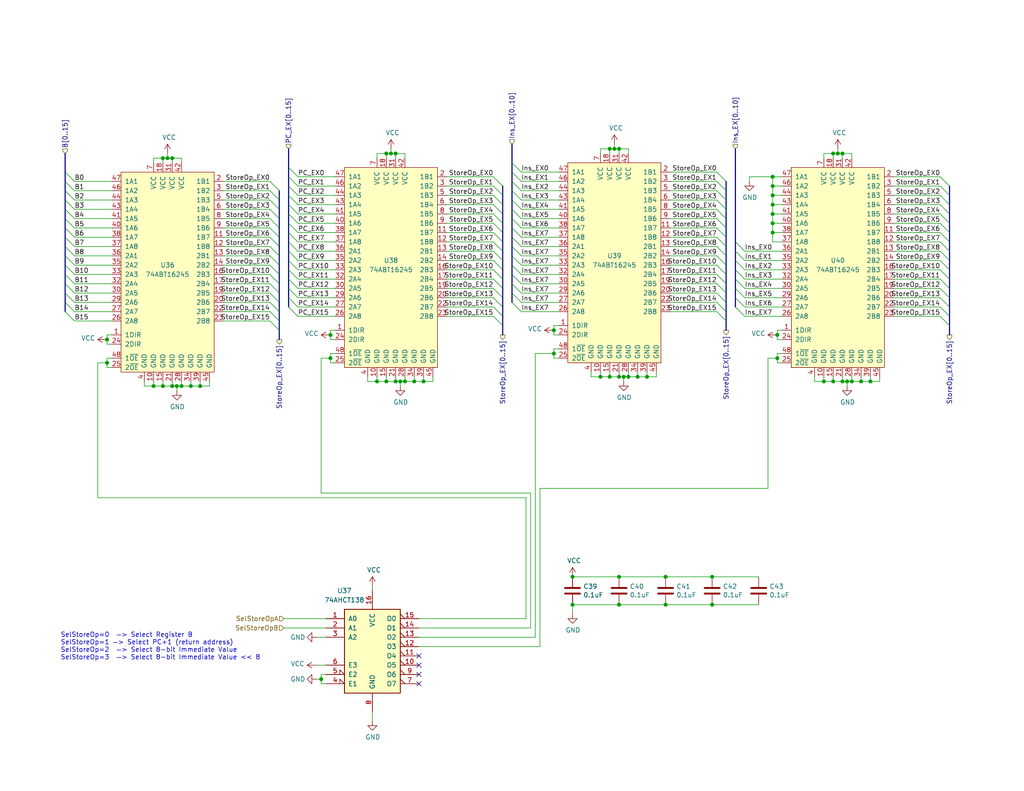
<source format=kicad_sch>
(kicad_sch (version 20250114) (generator "eeschema") (generator_version "9.0")
  (paper "USLetter")
  (title_block (title "Select Store Operand") (date "2025-07-01") (rev "A") (comment 3 "the program counter value, or an eight-bit immediate value.") (comment 4 "The Store Operand can be taken from either the value on port B of the register file,"))
  (text "SelStoreOp=0  —> Select Register B\nSelStoreOp=1 —> Select PC+1 (return address)\nSelStoreOp=2  —> Select 8-bit Immediate Value\nSelStoreOp=3  —> Select 8-bit Immediate Value << 8" (at 16.51 180.34 0) (effects (font (size 1.27 1.27)) (justify left bottom)))
  (junction (at 176.53 102.87))
  (junction (at 212.09 91.44))
  (junction (at 181.61 165.1))
  (junction (at 29.21 92.71))
  (junction (at 228.6 41.91))
  (junction (at 107.95 104.14))
  (junction (at 227.33 41.91))
  (junction (at 87.63 185.42))
  (junction (at 181.61 157.48))
  (junction (at 168.91 102.87))
  (junction (at 167.64 40.64))
  (junction (at 210.82 50.8))
  (junction (at 212.09 97.79))
  (junction (at 52.07 105.41))
  (junction (at 46.99 43.18))
  (junction (at 224.79 104.14))
  (junction (at 46.99 105.41))
  (junction (at 105.41 41.91))
  (junction (at 106.68 41.91))
  (junction (at 210.82 60.96))
  (junction (at 229.87 41.91))
  (junction (at 170.18 102.87))
  (junction (at 156.21 157.48))
  (junction (at 171.45 102.87))
  (junction (at 231.14 104.14))
  (junction (at 166.37 40.64))
  (junction (at 102.87 104.14))
  (junction (at 44.45 43.18))
  (junction (at 210.82 53.34))
  (junction (at 115.57 104.14))
  (junction (at 163.83 102.87))
  (junction (at 194.31 165.1))
  (junction (at 110.49 104.14))
  (junction (at 237.49 104.14))
  (junction (at 210.82 55.88))
  (junction (at 49.53 105.41))
  (junction (at 166.37 102.87))
  (junction (at 107.95 41.91))
  (junction (at 151.13 96.52))
  (junction (at 105.41 104.14))
  (junction (at 41.91 105.41))
  (junction (at 194.31 157.48))
  (junction (at 44.45 105.41))
  (junction (at 29.21 99.06))
  (junction (at 227.33 104.14))
  (junction (at 168.91 40.64))
  (junction (at 54.61 105.41))
  (junction (at 234.95 104.14))
  (junction (at 210.82 63.5))
  (junction (at 90.17 97.79))
  (junction (at 48.26 105.41))
  (junction (at 232.41 104.14))
  (junction (at 210.82 48.26))
  (junction (at 113.03 104.14))
  (junction (at 151.13 90.17))
  (junction (at 156.21 165.1))
  (junction (at 109.22 104.14))
  (junction (at 168.91 165.1))
  (junction (at 173.99 102.87))
  (junction (at 90.17 91.44))
  (junction (at 168.91 157.48))
  (junction (at 210.82 58.42))
  (junction (at 229.87 104.14))
  (junction (at 45.72 43.18))
  (no_connect (at 114.3 181.61))
  (no_connect (at 114.3 184.15))
  (no_connect (at 114.3 186.69))
  (no_connect (at 114.3 179.07))
  (bus_entry (at 142.24 54.61) (size -2.54 -2.54))
  (bus_entry (at 203.2 73.66) (size -2.54 -2.54))
  (bus_entry (at 198.12 82.55) (size -2.54 -2.54))
  (bus_entry (at 17.78 85.09) (size 2.54 2.54))
  (bus_entry (at 81.28 55.88) (size -2.54 -2.54))
  (bus_entry (at 81.28 78.74) (size -2.54 -2.54))
  (bus_entry (at 17.78 59.69) (size 2.54 2.54))
  (bus_entry (at 259.08 55.88) (size -2.54 -2.54))
  (bus_entry (at 142.24 85.09) (size -2.54 -2.54))
  (bus_entry (at 81.28 83.82) (size -2.54 -2.54))
  (bus_entry (at 76.2 80.01) (size -2.54 -2.54))
  (bus_entry (at 203.2 78.74) (size -2.54 -2.54))
  (bus_entry (at 137.16 66.04) (size -2.54 -2.54))
  (bus_entry (at 198.12 57.15) (size -2.54 -2.54))
  (bus_entry (at 142.24 49.53) (size -2.54 -2.54))
  (bus_entry (at 76.2 54.61) (size -2.54 -2.54))
  (bus_entry (at 142.24 62.23) (size -2.54 -2.54))
  (bus_entry (at 17.78 72.39) (size 2.54 2.54))
  (bus_entry (at 198.12 62.23) (size -2.54 -2.54))
  (bus_entry (at 17.78 46.99) (size 2.54 2.54))
  (bus_entry (at 137.16 83.82) (size -2.54 -2.54))
  (bus_entry (at 203.2 71.12) (size -2.54 -2.54))
  (bus_entry (at 259.08 68.58) (size -2.54 -2.54))
  (bus_entry (at 17.78 62.23) (size 2.54 2.54))
  (bus_entry (at 76.2 64.77) (size -2.54 -2.54))
  (bus_entry (at 17.78 54.61) (size 2.54 2.54))
  (bus_entry (at 137.16 68.58) (size -2.54 -2.54))
  (bus_entry (at 259.08 66.04) (size -2.54 -2.54))
  (bus_entry (at 137.16 78.74) (size -2.54 -2.54))
  (bus_entry (at 203.2 81.28) (size -2.54 -2.54))
  (bus_entry (at 198.12 77.47) (size -2.54 -2.54))
  (bus_entry (at 198.12 87.63) (size -2.54 -2.54))
  (bus_entry (at 142.24 46.99) (size -2.54 -2.54))
  (bus_entry (at 137.16 71.12) (size -2.54 -2.54))
  (bus_entry (at 198.12 49.53) (size -2.54 -2.54))
  (bus_entry (at 17.78 77.47) (size 2.54 2.54))
  (bus_entry (at 81.28 63.5) (size -2.54 -2.54))
  (bus_entry (at 81.28 76.2) (size -2.54 -2.54))
  (bus_entry (at 17.78 69.85) (size 2.54 2.54))
  (bus_entry (at 198.12 72.39) (size -2.54 -2.54))
  (bus_entry (at 142.24 82.55) (size -2.54 -2.54))
  (bus_entry (at 198.12 69.85) (size -2.54 -2.54))
  (bus_entry (at 137.16 63.5) (size -2.54 -2.54))
  (bus_entry (at 259.08 86.36) (size -2.54 -2.54))
  (bus_entry (at 76.2 85.09) (size -2.54 -2.54))
  (bus_entry (at 142.24 59.69) (size -2.54 -2.54))
  (bus_entry (at 198.12 52.07) (size -2.54 -2.54))
  (bus_entry (at 198.12 85.09) (size -2.54 -2.54))
  (bus_entry (at 259.08 73.66) (size -2.54 -2.54))
  (bus_entry (at 259.08 78.74) (size -2.54 -2.54))
  (bus_entry (at 259.08 63.5) (size -2.54 -2.54))
  (bus_entry (at 76.2 90.17) (size -2.54 -2.54))
  (bus_entry (at 142.24 57.15) (size -2.54 -2.54))
  (bus_entry (at 259.08 58.42) (size -2.54 -2.54))
  (bus_entry (at 137.16 58.42) (size -2.54 -2.54))
  (bus_entry (at 259.08 50.8) (size -2.54 -2.54))
  (bus_entry (at 259.08 88.9) (size -2.54 -2.54))
  (bus_entry (at 17.78 52.07) (size 2.54 2.54))
  (bus_entry (at 17.78 74.93) (size 2.54 2.54))
  (bus_entry (at 198.12 59.69) (size -2.54 -2.54))
  (bus_entry (at 76.2 77.47) (size -2.54 -2.54))
  (bus_entry (at 81.28 71.12) (size -2.54 -2.54))
  (bus_entry (at 137.16 50.8) (size -2.54 -2.54))
  (bus_entry (at 137.16 76.2) (size -2.54 -2.54))
  (bus_entry (at 81.28 53.34) (size -2.54 -2.54))
  (bus_entry (at 81.28 66.04) (size -2.54 -2.54))
  (bus_entry (at 17.78 82.55) (size 2.54 2.54))
  (bus_entry (at 17.78 80.01) (size 2.54 2.54))
  (bus_entry (at 81.28 73.66) (size -2.54 -2.54))
  (bus_entry (at 17.78 64.77) (size 2.54 2.54))
  (bus_entry (at 142.24 69.85) (size -2.54 -2.54))
  (bus_entry (at 81.28 68.58) (size -2.54 -2.54))
  (bus_entry (at 81.28 48.26) (size -2.54 -2.54))
  (bus_entry (at 76.2 52.07) (size -2.54 -2.54))
  (bus_entry (at 259.08 81.28) (size -2.54 -2.54))
  (bus_entry (at 259.08 71.12) (size -2.54 -2.54))
  (bus_entry (at 203.2 76.2) (size -2.54 -2.54))
  (bus_entry (at 142.24 64.77) (size -2.54 -2.54))
  (bus_entry (at 198.12 67.31) (size -2.54 -2.54))
  (bus_entry (at 203.2 83.82) (size -2.54 -2.54))
  (bus_entry (at 76.2 82.55) (size -2.54 -2.54))
  (bus_entry (at 142.24 74.93) (size -2.54 -2.54))
  (bus_entry (at 76.2 69.85) (size -2.54 -2.54))
  (bus_entry (at 137.16 81.28) (size -2.54 -2.54))
  (bus_entry (at 81.28 58.42) (size -2.54 -2.54))
  (bus_entry (at 76.2 74.93) (size -2.54 -2.54))
  (bus_entry (at 137.16 53.34) (size -2.54 -2.54))
  (bus_entry (at 137.16 55.88) (size -2.54 -2.54))
  (bus_entry (at 137.16 73.66) (size -2.54 -2.54))
  (bus_entry (at 259.08 60.96) (size -2.54 -2.54))
  (bus_entry (at 17.78 57.15) (size 2.54 2.54))
  (bus_entry (at 76.2 59.69) (size -2.54 -2.54))
  (bus_entry (at 198.12 74.93) (size -2.54 -2.54))
  (bus_entry (at 17.78 49.53) (size 2.54 2.54))
  (bus_entry (at 203.2 86.36) (size -2.54 -2.54))
  (bus_entry (at 198.12 64.77) (size -2.54 -2.54))
  (bus_entry (at 259.08 83.82) (size -2.54 -2.54))
  (bus_entry (at 259.08 53.34) (size -2.54 -2.54))
  (bus_entry (at 203.2 68.58) (size -2.54 -2.54))
  (bus_entry (at 198.12 80.01) (size -2.54 -2.54))
  (bus_entry (at 81.28 86.36) (size -2.54 -2.54))
  (bus_entry (at 142.24 77.47) (size -2.54 -2.54))
  (bus_entry (at 142.24 72.39) (size -2.54 -2.54))
  (bus_entry (at 76.2 62.23) (size -2.54 -2.54))
  (bus_entry (at 81.28 50.8) (size -2.54 -2.54))
  (bus_entry (at 76.2 87.63) (size -2.54 -2.54))
  (bus_entry (at 142.24 52.07) (size -2.54 -2.54))
  (bus_entry (at 76.2 67.31) (size -2.54 -2.54))
  (bus_entry (at 142.24 67.31) (size -2.54 -2.54))
  (bus_entry (at 17.78 67.31) (size 2.54 2.54))
  (bus_entry (at 137.16 86.36) (size -2.54 -2.54))
  (bus_entry (at 198.12 54.61) (size -2.54 -2.54))
  (bus_entry (at 76.2 72.39) (size -2.54 -2.54))
  (bus_entry (at 259.08 76.2) (size -2.54 -2.54))
  (bus_entry (at 137.16 88.9) (size -2.54 -2.54))
  (bus_entry (at 81.28 60.96) (size -2.54 -2.54))
  (bus_entry (at 137.16 60.96) (size -2.54 -2.54))
  (bus_entry (at 142.24 80.01) (size -2.54 -2.54))
  (bus_entry (at 76.2 57.15) (size -2.54 -2.54))
  (bus_entry (at 81.28 81.28) (size -2.54 -2.54))
  (wire (pts (xy 203.2 86.36) (xy 213.36 86.36)))
  (wire (pts (xy 105.41 41.91) (xy 106.68 41.91)))
  (wire (pts (xy 134.62 58.42) (xy 121.92 58.42)))
  (wire (pts (xy 29.21 100.33) (xy 30.48 100.33)))
  (bus (pts (xy 139.7 64.77) (xy 139.7 67.31)))
  (bus (pts (xy 137.16 50.8) (xy 137.16 53.34)))
  (bus (pts (xy 139.7 69.85) (xy 139.7 72.39)))
  (wire (pts (xy 20.32 49.53) (xy 30.48 49.53)))
  (bus (pts (xy 17.78 67.31) (xy 17.78 69.85)))
  (wire (pts (xy 44.45 104.14) (xy 44.45 105.41)))
  (bus (pts (xy 259.08 78.74) (xy 259.08 81.28)))
  (bus (pts (xy 76.2 87.63) (xy 76.2 90.17)))
  (wire (pts (xy 87.63 134.62) (xy 144.78 134.62)))
  (wire (pts (xy 113.03 104.14) (xy 115.57 104.14)))
  (wire (pts (xy 109.22 104.14) (xy 110.49 104.14)))
  (wire (pts (xy 109.22 105.41) (xy 109.22 104.14)))
  (bus (pts (xy 76.2 57.15) (xy 76.2 59.69)))
  (bus (pts (xy 198.12 57.15) (xy 198.12 59.69)))
  (bus (pts (xy 259.08 58.42) (xy 259.08 60.96)))
  (wire (pts (xy 173.99 102.87) (xy 176.53 102.87)))
  (wire (pts (xy 91.44 90.17) (xy 90.17 90.17)))
  (bus (pts (xy 17.78 46.99) (xy 17.78 49.53)))
  (wire (pts (xy 134.62 78.74) (xy 121.92 78.74)))
  (wire (pts (xy 102.87 41.91) (xy 105.41 41.91)))
  (wire (pts (xy 20.32 72.39) (xy 30.48 72.39)))
  (wire (pts (xy 156.21 167.64) (xy 156.21 165.1)))
  (wire (pts (xy 90.17 97.79) (xy 90.17 99.06)))
  (wire (pts (xy 115.57 104.14) (xy 118.11 104.14)))
  (wire (pts (xy 256.54 55.88) (xy 243.84 55.88)))
  (wire (pts (xy 87.63 186.69) (xy 88.9 186.69)))
  (wire (pts (xy 134.62 73.66) (xy 121.92 73.66)))
  (wire (pts (xy 73.66 69.85) (xy 60.96 69.85)))
  (wire (pts (xy 73.66 74.93) (xy 60.96 74.93)))
  (wire (pts (xy 151.13 88.9) (xy 151.13 90.17)))
  (bus (pts (xy 17.78 64.77) (xy 17.78 67.31)))
  (bus (pts (xy 198.12 80.01) (xy 198.12 82.55)))
  (bus (pts (xy 198.12 52.07) (xy 198.12 54.61)))
  (wire (pts (xy 152.4 91.44) (xy 151.13 91.44)))
  (wire (pts (xy 142.24 67.31) (xy 152.4 67.31)))
  (bus (pts (xy 139.7 49.53) (xy 139.7 52.07)))
  (bus (pts (xy 17.78 80.01) (xy 17.78 82.55)))
  (wire (pts (xy 237.49 102.87) (xy 237.49 104.14)))
  (wire (pts (xy 73.66 57.15) (xy 60.96 57.15)))
  (wire (pts (xy 20.32 67.31) (xy 30.48 67.31)))
  (wire (pts (xy 90.17 96.52) (xy 90.17 97.79)))
  (bus (pts (xy 78.74 66.04) (xy 78.74 68.58)))
  (wire (pts (xy 88.9 184.15) (xy 87.63 184.15)))
  (bus (pts (xy 259.08 73.66) (xy 259.08 76.2)))
  (wire (pts (xy 110.49 102.87) (xy 110.49 104.14)))
  (bus (pts (xy 200.66 76.2) (xy 200.66 78.74)))
  (wire (pts (xy 29.21 99.06) (xy 29.21 100.33)))
  (wire (pts (xy 176.53 102.87) (xy 179.07 102.87)))
  (bus (pts (xy 76.2 80.01) (xy 76.2 82.55)))
  (wire (pts (xy 166.37 102.87) (xy 168.91 102.87)))
  (wire (pts (xy 210.82 50.8) (xy 210.82 48.26)))
  (wire (pts (xy 232.41 41.91) (xy 232.41 43.18)))
  (wire (pts (xy 256.54 81.28) (xy 243.84 81.28)))
  (wire (pts (xy 110.49 41.91) (xy 110.49 43.18)))
  (wire (pts (xy 173.99 101.6) (xy 173.99 102.87)))
  (wire (pts (xy 107.95 104.14) (xy 109.22 104.14)))
  (bus (pts (xy 139.7 74.93) (xy 139.7 77.47)))
  (bus (pts (xy 259.08 88.9) (xy 259.08 91.44)))
  (wire (pts (xy 146.05 96.52) (xy 146.05 173.99)))
  (bus (pts (xy 200.66 66.04) (xy 200.66 68.58)))
  (wire (pts (xy 142.24 69.85) (xy 152.4 69.85)))
  (wire (pts (xy 142.24 80.01) (xy 152.4 80.01)))
  (wire (pts (xy 195.58 59.69) (xy 182.88 59.69)))
  (wire (pts (xy 29.21 91.44) (xy 29.21 92.71)))
  (wire (pts (xy 73.66 59.69) (xy 60.96 59.69)))
  (wire (pts (xy 114.3 176.53) (xy 147.32 176.53)))
  (wire (pts (xy 48.26 106.68) (xy 48.26 105.41)))
  (wire (pts (xy 195.58 69.85) (xy 182.88 69.85)))
  (wire (pts (xy 106.68 40.64) (xy 106.68 41.91)))
  (wire (pts (xy 102.87 102.87) (xy 102.87 104.14)))
  (bus (pts (xy 76.2 67.31) (xy 76.2 69.85)))
  (bus (pts (xy 78.74 58.42) (xy 78.74 60.96)))
  (wire (pts (xy 134.62 60.96) (xy 121.92 60.96)))
  (wire (pts (xy 91.44 96.52) (xy 90.17 96.52)))
  (wire (pts (xy 81.28 71.12) (xy 91.44 71.12)))
  (wire (pts (xy 142.24 64.77) (xy 152.4 64.77)))
  (bus (pts (xy 137.16 53.34) (xy 137.16 55.88)))
  (wire (pts (xy 87.63 184.15) (xy 87.63 185.42)))
  (bus (pts (xy 78.74 68.58) (xy 78.74 71.12)))
  (wire (pts (xy 20.32 57.15) (xy 30.48 57.15)))
  (wire (pts (xy 29.21 93.98) (xy 29.21 92.71)))
  (wire (pts (xy 227.33 104.14) (xy 229.87 104.14)))
  (wire (pts (xy 41.91 44.45) (xy 41.91 43.18)))
  (bus (pts (xy 137.16 73.66) (xy 137.16 76.2)))
  (wire (pts (xy 195.58 80.01) (xy 182.88 80.01)))
  (wire (pts (xy 203.2 73.66) (xy 213.36 73.66)))
  (wire (pts (xy 102.87 104.14) (xy 105.41 104.14)))
  (wire (pts (xy 222.25 102.87) (xy 222.25 104.14)))
  (wire (pts (xy 90.17 99.06) (xy 91.44 99.06)))
  (wire (pts (xy 81.28 66.04) (xy 91.44 66.04)))
  (wire (pts (xy 134.62 50.8) (xy 121.92 50.8)))
  (bus (pts (xy 17.78 72.39) (xy 17.78 74.93)))
  (wire (pts (xy 151.13 96.52) (xy 151.13 97.79)))
  (wire (pts (xy 142.24 49.53) (xy 152.4 49.53)))
  (wire (pts (xy 234.95 102.87) (xy 234.95 104.14)))
  (wire (pts (xy 142.24 74.93) (xy 152.4 74.93)))
  (bus (pts (xy 76.2 59.69) (xy 76.2 62.23)))
  (wire (pts (xy 181.61 157.48) (xy 194.31 157.48)))
  (wire (pts (xy 26.67 135.89) (xy 143.51 135.89)))
  (wire (pts (xy 100.33 102.87) (xy 100.33 104.14)))
  (wire (pts (xy 210.82 48.26) (xy 213.36 48.26)))
  (bus (pts (xy 198.12 49.53) (xy 198.12 52.07)))
  (bus (pts (xy 200.66 78.74) (xy 200.66 81.28)))
  (wire (pts (xy 115.57 102.87) (xy 115.57 104.14)))
  (wire (pts (xy 52.07 104.14) (xy 52.07 105.41)))
  (wire (pts (xy 134.62 71.12) (xy 121.92 71.12)))
  (wire (pts (xy 256.54 76.2) (xy 243.84 76.2)))
  (wire (pts (xy 224.79 41.91) (xy 227.33 41.91)))
  (wire (pts (xy 73.66 77.47) (xy 60.96 77.47)))
  (wire (pts (xy 81.28 68.58) (xy 91.44 68.58)))
  (bus (pts (xy 78.74 71.12) (xy 78.74 73.66)))
  (wire (pts (xy 168.91 40.64) (xy 168.91 41.91)))
  (wire (pts (xy 102.87 43.18) (xy 102.87 41.91)))
  (bus (pts (xy 259.08 50.8) (xy 259.08 53.34)))
  (wire (pts (xy 20.32 87.63) (xy 30.48 87.63)))
  (wire (pts (xy 81.28 50.8) (xy 91.44 50.8)))
  (wire (pts (xy 195.58 72.39) (xy 182.88 72.39)))
  (wire (pts (xy 77.47 168.91) (xy 88.9 168.91)))
  (wire (pts (xy 195.58 74.93) (xy 182.88 74.93)))
  (bus (pts (xy 76.2 64.77) (xy 76.2 67.31)))
  (wire (pts (xy 224.79 43.18) (xy 224.79 41.91)))
  (wire (pts (xy 203.2 78.74) (xy 213.36 78.74)))
  (wire (pts (xy 39.37 104.14) (xy 39.37 105.41)))
  (wire (pts (xy 105.41 104.14) (xy 107.95 104.14)))
  (wire (pts (xy 110.49 104.14) (xy 113.03 104.14)))
  (wire (pts (xy 151.13 97.79) (xy 152.4 97.79)))
  (wire (pts (xy 73.66 85.09) (xy 60.96 85.09)))
  (wire (pts (xy 142.24 77.47) (xy 152.4 77.47)))
  (bus (pts (xy 200.66 81.28) (xy 200.66 83.82)))
  (wire (pts (xy 203.2 71.12) (xy 213.36 71.12)))
  (bus (pts (xy 139.7 67.31) (xy 139.7 69.85)))
  (wire (pts (xy 212.09 99.06) (xy 213.36 99.06)))
  (wire (pts (xy 142.24 85.09) (xy 152.4 85.09)))
  (wire (pts (xy 147.32 133.35) (xy 147.32 176.53)))
  (wire (pts (xy 73.66 82.55) (xy 60.96 82.55)))
  (bus (pts (xy 137.16 58.42) (xy 137.16 60.96)))
  (bus (pts (xy 76.2 54.61) (xy 76.2 57.15)))
  (wire (pts (xy 49.53 105.41) (xy 52.07 105.41)))
  (bus (pts (xy 139.7 54.61) (xy 139.7 57.15)))
  (bus (pts (xy 259.08 81.28) (xy 259.08 83.82)))
  (wire (pts (xy 213.36 55.88) (xy 210.82 55.88)))
  (wire (pts (xy 181.61 165.1) (xy 168.91 165.1)))
  (wire (pts (xy 46.99 43.18) (xy 46.99 44.45)))
  (wire (pts (xy 73.66 64.77) (xy 60.96 64.77)))
  (wire (pts (xy 209.55 97.79) (xy 209.55 133.35)))
  (wire (pts (xy 52.07 105.41) (xy 54.61 105.41)))
  (wire (pts (xy 237.49 104.14) (xy 240.03 104.14)))
  (wire (pts (xy 171.45 102.87) (xy 173.99 102.87)))
  (bus (pts (xy 78.74 60.96) (xy 78.74 63.5)))
  (bus (pts (xy 139.7 39.37) (xy 139.7 44.45)))
  (wire (pts (xy 142.24 57.15) (xy 152.4 57.15)))
  (wire (pts (xy 212.09 96.52) (xy 212.09 97.79)))
  (wire (pts (xy 73.66 67.31) (xy 60.96 67.31)))
  (wire (pts (xy 73.66 87.63) (xy 60.96 87.63)))
  (wire (pts (xy 105.41 43.18) (xy 105.41 41.91)))
  (wire (pts (xy 234.95 104.14) (xy 237.49 104.14)))
  (wire (pts (xy 195.58 57.15) (xy 182.88 57.15)))
  (bus (pts (xy 139.7 80.01) (xy 139.7 82.55)))
  (wire (pts (xy 134.62 86.36) (xy 121.92 86.36)))
  (wire (pts (xy 195.58 52.07) (xy 182.88 52.07)))
  (bus (pts (xy 76.2 69.85) (xy 76.2 72.39)))
  (wire (pts (xy 44.45 44.45) (xy 44.45 43.18)))
  (wire (pts (xy 168.91 40.64) (xy 171.45 40.64)))
  (wire (pts (xy 195.58 67.31) (xy 182.88 67.31)))
  (wire (pts (xy 29.21 97.79) (xy 29.21 99.06)))
  (wire (pts (xy 101.6 194.31) (xy 101.6 196.85)))
  (bus (pts (xy 137.16 60.96) (xy 137.16 63.5)))
  (bus (pts (xy 139.7 57.15) (xy 139.7 59.69)))
  (wire (pts (xy 134.62 68.58) (xy 121.92 68.58)))
  (wire (pts (xy 20.32 62.23) (xy 30.48 62.23)))
  (wire (pts (xy 134.62 55.88) (xy 121.92 55.88)))
  (wire (pts (xy 195.58 49.53) (xy 182.88 49.53)))
  (wire (pts (xy 73.66 52.07) (xy 60.96 52.07)))
  (bus (pts (xy 200.66 40.64) (xy 200.66 66.04)))
  (wire (pts (xy 168.91 157.48) (xy 181.61 157.48)))
  (bus (pts (xy 139.7 52.07) (xy 139.7 54.61)))
  (bus (pts (xy 137.16 81.28) (xy 137.16 83.82)))
  (wire (pts (xy 224.79 102.87) (xy 224.79 104.14)))
  (wire (pts (xy 90.17 97.79) (xy 87.63 97.79)))
  (bus (pts (xy 17.78 52.07) (xy 17.78 54.61)))
  (wire (pts (xy 73.66 72.39) (xy 60.96 72.39)))
  (wire (pts (xy 212.09 97.79) (xy 212.09 99.06)))
  (wire (pts (xy 209.55 133.35) (xy 147.32 133.35)))
  (wire (pts (xy 87.63 185.42) (xy 87.63 186.69)))
  (wire (pts (xy 146.05 96.52) (xy 151.13 96.52)))
  (bus (pts (xy 78.74 78.74) (xy 78.74 81.28)))
  (wire (pts (xy 81.28 55.88) (xy 91.44 55.88)))
  (wire (pts (xy 156.21 157.48) (xy 168.91 157.48)))
  (wire (pts (xy 210.82 63.5) (xy 210.82 66.04)))
  (wire (pts (xy 45.72 43.18) (xy 46.99 43.18)))
  (wire (pts (xy 213.36 58.42) (xy 210.82 58.42)))
  (wire (pts (xy 203.2 76.2) (xy 213.36 76.2)))
  (wire (pts (xy 144.78 134.62) (xy 144.78 171.45)))
  (wire (pts (xy 41.91 104.14) (xy 41.91 105.41)))
  (wire (pts (xy 142.24 54.61) (xy 152.4 54.61)))
  (wire (pts (xy 168.91 101.6) (xy 168.91 102.87)))
  (bus (pts (xy 76.2 74.93) (xy 76.2 77.47)))
  (bus (pts (xy 137.16 68.58) (xy 137.16 71.12)))
  (wire (pts (xy 212.09 90.17) (xy 212.09 91.44)))
  (bus (pts (xy 259.08 60.96) (xy 259.08 63.5)))
  (bus (pts (xy 259.08 53.34) (xy 259.08 55.88)))
  (bus (pts (xy 198.12 62.23) (xy 198.12 64.77)))
  (bus (pts (xy 259.08 76.2) (xy 259.08 78.74)))
  (wire (pts (xy 195.58 54.61) (xy 182.88 54.61)))
  (wire (pts (xy 210.82 60.96) (xy 210.82 63.5)))
  (wire (pts (xy 176.53 101.6) (xy 176.53 102.87)))
  (bus (pts (xy 139.7 46.99) (xy 139.7 49.53)))
  (wire (pts (xy 210.82 58.42) (xy 210.82 60.96)))
  (bus (pts (xy 78.74 40.64) (xy 78.74 45.72)))
  (wire (pts (xy 256.54 53.34) (xy 243.84 53.34)))
  (bus (pts (xy 137.16 76.2) (xy 137.16 78.74)))
  (wire (pts (xy 210.82 58.42) (xy 210.82 55.88)))
  (wire (pts (xy 256.54 66.04) (xy 243.84 66.04)))
  (wire (pts (xy 163.83 102.87) (xy 166.37 102.87)))
  (wire (pts (xy 134.62 83.82) (xy 121.92 83.82)))
  (bus (pts (xy 200.66 68.58) (xy 200.66 71.12)))
  (wire (pts (xy 213.36 96.52) (xy 212.09 96.52)))
  (wire (pts (xy 20.32 82.55) (xy 30.48 82.55)))
  (wire (pts (xy 240.03 104.14) (xy 240.03 102.87)))
  (bus (pts (xy 198.12 54.61) (xy 198.12 57.15)))
  (wire (pts (xy 256.54 78.74) (xy 243.84 78.74)))
  (wire (pts (xy 195.58 62.23) (xy 182.88 62.23)))
  (wire (pts (xy 213.36 60.96) (xy 210.82 60.96)))
  (bus (pts (xy 137.16 88.9) (xy 137.16 91.44)))
  (wire (pts (xy 26.67 99.06) (xy 26.67 135.89)))
  (bus (pts (xy 17.78 57.15) (xy 17.78 59.69)))
  (wire (pts (xy 229.87 41.91) (xy 229.87 43.18)))
  (bus (pts (xy 78.74 76.2) (xy 78.74 78.74)))
  (wire (pts (xy 39.37 105.41) (xy 41.91 105.41)))
  (wire (pts (xy 46.99 105.41) (xy 48.26 105.41)))
  (bus (pts (xy 259.08 71.12) (xy 259.08 73.66)))
  (wire (pts (xy 73.66 80.01) (xy 60.96 80.01)))
  (wire (pts (xy 210.82 66.04) (xy 213.36 66.04)))
  (wire (pts (xy 227.33 43.18) (xy 227.33 41.91)))
  (wire (pts (xy 20.32 80.01) (xy 30.48 80.01)))
  (wire (pts (xy 163.83 40.64) (xy 166.37 40.64)))
  (wire (pts (xy 44.45 43.18) (xy 45.72 43.18)))
  (wire (pts (xy 167.64 40.64) (xy 168.91 40.64)))
  (bus (pts (xy 259.08 83.82) (xy 259.08 86.36)))
  (wire (pts (xy 142.24 82.55) (xy 152.4 82.55)))
  (bus (pts (xy 17.78 77.47) (xy 17.78 80.01)))
  (bus (pts (xy 139.7 62.23) (xy 139.7 64.77)))
  (wire (pts (xy 41.91 43.18) (xy 44.45 43.18)))
  (wire (pts (xy 229.87 41.91) (xy 232.41 41.91)))
  (wire (pts (xy 90.17 90.17) (xy 90.17 91.44)))
  (wire (pts (xy 20.32 59.69) (xy 30.48 59.69)))
  (wire (pts (xy 81.28 76.2) (xy 91.44 76.2)))
  (bus (pts (xy 137.16 66.04) (xy 137.16 68.58)))
  (wire (pts (xy 194.31 165.1) (xy 181.61 165.1)))
  (bus (pts (xy 17.78 59.69) (xy 17.78 62.23)))
  (wire (pts (xy 168.91 102.87) (xy 170.18 102.87)))
  (bus (pts (xy 78.74 53.34) (xy 78.74 55.88)))
  (bus (pts (xy 76.2 77.47) (xy 76.2 80.01)))
  (wire (pts (xy 229.87 102.87) (xy 229.87 104.14)))
  (wire (pts (xy 151.13 91.44) (xy 151.13 90.17)))
  (wire (pts (xy 231.14 104.14) (xy 232.41 104.14)))
  (wire (pts (xy 73.66 49.53) (xy 60.96 49.53)))
  (bus (pts (xy 17.78 62.23) (xy 17.78 64.77)))
  (wire (pts (xy 207.01 165.1) (xy 194.31 165.1)))
  (wire (pts (xy 142.24 62.23) (xy 152.4 62.23)))
  (wire (pts (xy 256.54 50.8) (xy 243.84 50.8)))
  (wire (pts (xy 90.17 92.71) (xy 90.17 91.44)))
  (wire (pts (xy 106.68 41.91) (xy 107.95 41.91)))
  (wire (pts (xy 118.11 104.14) (xy 118.11 102.87)))
  (wire (pts (xy 213.36 90.17) (xy 212.09 90.17)))
  (bus (pts (xy 17.78 49.53) (xy 17.78 52.07)))
  (wire (pts (xy 30.48 97.79) (xy 29.21 97.79)))
  (wire (pts (xy 57.15 105.41) (xy 57.15 104.14)))
  (wire (pts (xy 86.36 173.99) (xy 88.9 173.99)))
  (wire (pts (xy 91.44 92.71) (xy 90.17 92.71)))
  (bus (pts (xy 17.78 41.91) (xy 17.78 46.99)))
  (wire (pts (xy 81.28 73.66) (xy 91.44 73.66)))
  (wire (pts (xy 142.24 59.69) (xy 152.4 59.69)))
  (wire (pts (xy 81.28 83.82) (xy 91.44 83.82)))
  (wire (pts (xy 49.53 43.18) (xy 49.53 44.45)))
  (wire (pts (xy 44.45 105.41) (xy 46.99 105.41)))
  (bus (pts (xy 259.08 55.88) (xy 259.08 58.42)))
  (wire (pts (xy 20.32 69.85) (xy 30.48 69.85)))
  (wire (pts (xy 212.09 92.71) (xy 212.09 91.44)))
  (bus (pts (xy 198.12 87.63) (xy 198.12 90.17)))
  (wire (pts (xy 179.07 102.87) (xy 179.07 101.6)))
  (wire (pts (xy 194.31 157.48) (xy 207.01 157.48)))
  (bus (pts (xy 200.66 73.66) (xy 200.66 76.2)))
  (wire (pts (xy 195.58 46.99) (xy 182.88 46.99)))
  (bus (pts (xy 78.74 81.28) (xy 78.74 83.82)))
  (wire (pts (xy 134.62 66.04) (xy 121.92 66.04)))
  (wire (pts (xy 54.61 105.41) (xy 57.15 105.41)))
  (wire (pts (xy 168.91 165.1) (xy 156.21 165.1)))
  (wire (pts (xy 81.28 53.34) (xy 91.44 53.34)))
  (wire (pts (xy 256.54 86.36) (xy 243.84 86.36)))
  (wire (pts (xy 81.28 86.36) (xy 91.44 86.36)))
  (bus (pts (xy 76.2 62.23) (xy 76.2 64.77)))
  (wire (pts (xy 48.26 105.41) (xy 49.53 105.41)))
  (wire (pts (xy 41.91 105.41) (xy 44.45 105.41)))
  (wire (pts (xy 213.36 53.34) (xy 210.82 53.34)))
  (bus (pts (xy 139.7 59.69) (xy 139.7 62.23)))
  (wire (pts (xy 114.3 173.99) (xy 146.05 173.99)))
  (bus (pts (xy 200.66 71.12) (xy 200.66 73.66)))
  (wire (pts (xy 20.32 85.09) (xy 30.48 85.09)))
  (wire (pts (xy 107.95 41.91) (xy 107.95 43.18)))
  (bus (pts (xy 137.16 55.88) (xy 137.16 58.42)))
  (wire (pts (xy 195.58 64.77) (xy 182.88 64.77)))
  (wire (pts (xy 73.66 54.61) (xy 60.96 54.61)))
  (wire (pts (xy 170.18 104.14) (xy 170.18 102.87)))
  (wire (pts (xy 46.99 43.18) (xy 49.53 43.18)))
  (bus (pts (xy 76.2 82.55) (xy 76.2 85.09)))
  (bus (pts (xy 198.12 85.09) (xy 198.12 87.63)))
  (wire (pts (xy 161.29 101.6) (xy 161.29 102.87)))
  (wire (pts (xy 227.33 41.91) (xy 228.6 41.91)))
  (wire (pts (xy 46.99 104.14) (xy 46.99 105.41)))
  (wire (pts (xy 20.32 52.07) (xy 30.48 52.07)))
  (bus (pts (xy 78.74 55.88) (xy 78.74 58.42)))
  (wire (pts (xy 107.95 102.87) (xy 107.95 104.14)))
  (bus (pts (xy 76.2 52.07) (xy 76.2 54.61)))
  (wire (pts (xy 49.53 104.14) (xy 49.53 105.41)))
  (wire (pts (xy 100.33 104.14) (xy 102.87 104.14)))
  (wire (pts (xy 256.54 68.58) (xy 243.84 68.58)))
  (wire (pts (xy 166.37 101.6) (xy 166.37 102.87)))
  (bus (pts (xy 78.74 48.26) (xy 78.74 50.8)))
  (bus (pts (xy 259.08 63.5) (xy 259.08 66.04)))
  (bus (pts (xy 137.16 78.74) (xy 137.16 81.28)))
  (wire (pts (xy 166.37 40.64) (xy 167.64 40.64)))
  (wire (pts (xy 151.13 95.25) (xy 151.13 96.52)))
  (wire (pts (xy 101.6 160.02) (xy 101.6 161.29)))
  (wire (pts (xy 29.21 99.06) (xy 26.67 99.06)))
  (bus (pts (xy 78.74 45.72) (xy 78.74 48.26)))
  (wire (pts (xy 134.62 63.5) (xy 121.92 63.5)))
  (wire (pts (xy 256.54 60.96) (xy 243.84 60.96)))
  (wire (pts (xy 228.6 41.91) (xy 229.87 41.91)))
  (wire (pts (xy 161.29 102.87) (xy 163.83 102.87)))
  (wire (pts (xy 256.54 71.12) (xy 243.84 71.12)))
  (wire (pts (xy 30.48 93.98) (xy 29.21 93.98)))
  (wire (pts (xy 229.87 104.14) (xy 231.14 104.14)))
  (wire (pts (xy 212.09 97.79) (xy 209.55 97.79)))
  (wire (pts (xy 86.36 181.61) (xy 88.9 181.61)))
  (bus (pts (xy 137.16 71.12) (xy 137.16 73.66)))
  (bus (pts (xy 198.12 64.77) (xy 198.12 67.31)))
  (wire (pts (xy 20.32 74.93) (xy 30.48 74.93)))
  (wire (pts (xy 134.62 76.2) (xy 121.92 76.2)))
  (wire (pts (xy 195.58 82.55) (xy 182.88 82.55)))
  (wire (pts (xy 143.51 135.89) (xy 143.51 168.91)))
  (wire (pts (xy 87.63 97.79) (xy 87.63 134.62)))
  (wire (pts (xy 195.58 85.09) (xy 182.88 85.09)))
  (wire (pts (xy 167.64 39.37) (xy 167.64 40.64)))
  (bus (pts (xy 17.78 69.85) (xy 17.78 72.39)))
  (wire (pts (xy 213.36 63.5) (xy 210.82 63.5)))
  (wire (pts (xy 81.28 78.74) (xy 91.44 78.74)))
  (wire (pts (xy 170.18 102.87) (xy 171.45 102.87)))
  (wire (pts (xy 86.36 185.42) (xy 87.63 185.42)))
  (wire (pts (xy 81.28 63.5) (xy 91.44 63.5)))
  (wire (pts (xy 107.95 41.91) (xy 110.49 41.91)))
  (bus (pts (xy 259.08 86.36) (xy 259.08 88.9)))
  (wire (pts (xy 231.14 105.41) (xy 231.14 104.14)))
  (bus (pts (xy 259.08 68.58) (xy 259.08 71.12)))
  (wire (pts (xy 171.45 101.6) (xy 171.45 102.87)))
  (wire (pts (xy 81.28 58.42) (xy 91.44 58.42)))
  (bus (pts (xy 76.2 72.39) (xy 76.2 74.93)))
  (bus (pts (xy 259.08 66.04) (xy 259.08 68.58)))
  (wire (pts (xy 134.62 48.26) (xy 121.92 48.26)))
  (wire (pts (xy 213.36 92.71) (xy 212.09 92.71)))
  (wire (pts (xy 73.66 62.23) (xy 60.96 62.23)))
  (wire (pts (xy 228.6 40.64) (xy 228.6 41.91)))
  (wire (pts (xy 256.54 73.66) (xy 243.84 73.66)))
  (wire (pts (xy 142.24 46.99) (xy 152.4 46.99)))
  (bus (pts (xy 137.16 63.5) (xy 137.16 66.04)))
  (wire (pts (xy 113.03 102.87) (xy 113.03 104.14)))
  (wire (pts (xy 20.32 54.61) (xy 30.48 54.61)))
  (bus (pts (xy 198.12 69.85) (xy 198.12 72.39)))
  (bus (pts (xy 17.78 74.93) (xy 17.78 77.47)))
  (bus (pts (xy 139.7 72.39) (xy 139.7 74.93)))
  (wire (pts (xy 166.37 41.91) (xy 166.37 40.64)))
  (wire (pts (xy 142.24 72.39) (xy 152.4 72.39)))
  (bus (pts (xy 76.2 85.09) (xy 76.2 87.63)))
  (wire (pts (xy 152.4 88.9) (xy 151.13 88.9)))
  (wire (pts (xy 20.32 64.77) (xy 30.48 64.77)))
  (wire (pts (xy 227.33 102.87) (xy 227.33 104.14)))
  (wire (pts (xy 232.41 104.14) (xy 234.95 104.14)))
  (bus (pts (xy 198.12 74.93) (xy 198.12 77.47)))
  (bus (pts (xy 137.16 86.36) (xy 137.16 88.9)))
  (wire (pts (xy 256.54 48.26) (xy 243.84 48.26)))
  (wire (pts (xy 256.54 63.5) (xy 243.84 63.5)))
  (bus (pts (xy 198.12 72.39) (xy 198.12 74.93)))
  (wire (pts (xy 81.28 48.26) (xy 91.44 48.26)))
  (bus (pts (xy 78.74 63.5) (xy 78.74 66.04)))
  (bus (pts (xy 78.74 73.66) (xy 78.74 76.2)))
  (wire (pts (xy 213.36 50.8) (xy 210.82 50.8)))
  (wire (pts (xy 222.25 104.14) (xy 224.79 104.14)))
  (wire (pts (xy 142.24 52.07) (xy 152.4 52.07)))
  (wire (pts (xy 105.41 102.87) (xy 105.41 104.14)))
  (wire (pts (xy 224.79 104.14) (xy 227.33 104.14)))
  (bus (pts (xy 78.74 50.8) (xy 78.74 53.34)))
  (wire (pts (xy 210.82 55.88) (xy 210.82 53.34)))
  (bus (pts (xy 198.12 67.31) (xy 198.12 69.85)))
  (bus (pts (xy 137.16 83.82) (xy 137.16 86.36)))
  (bus (pts (xy 139.7 44.45) (xy 139.7 46.99)))
  (wire (pts (xy 77.47 171.45) (xy 88.9 171.45)))
  (wire (pts (xy 203.2 81.28) (xy 213.36 81.28)))
  (wire (pts (xy 20.32 77.47) (xy 30.48 77.47)))
  (wire (pts (xy 204.47 49.53) (xy 204.47 48.26)))
  (wire (pts (xy 195.58 77.47) (xy 182.88 77.47)))
  (wire (pts (xy 144.78 171.45) (xy 114.3 171.45)))
  (wire (pts (xy 152.4 95.25) (xy 151.13 95.25)))
  (wire (pts (xy 45.72 41.91) (xy 45.72 43.18)))
  (bus (pts (xy 198.12 82.55) (xy 198.12 85.09)))
  (wire (pts (xy 210.82 53.34) (xy 210.82 50.8)))
  (wire (pts (xy 163.83 41.91) (xy 163.83 40.64)))
  (bus (pts (xy 139.7 77.47) (xy 139.7 80.01)))
  (bus (pts (xy 17.78 82.55) (xy 17.78 85.09)))
  (wire (pts (xy 134.62 53.34) (xy 121.92 53.34)))
  (wire (pts (xy 204.47 48.26) (xy 210.82 48.26)))
  (wire (pts (xy 171.45 40.64) (xy 171.45 41.91)))
  (wire (pts (xy 163.83 101.6) (xy 163.83 102.87)))
  (wire (pts (xy 30.48 91.44) (xy 29.21 91.44)))
  (bus (pts (xy 198.12 59.69) (xy 198.12 62.23)))
  (wire (pts (xy 256.54 83.82) (xy 243.84 83.82)))
  (wire (pts (xy 203.2 68.58) (xy 213.36 68.58)))
  (bus (pts (xy 198.12 77.47) (xy 198.12 80.01)))
  (wire (pts (xy 203.2 83.82) (xy 213.36 83.82)))
  (wire (pts (xy 143.51 168.91) (xy 114.3 168.91)))
  (wire (pts (xy 232.41 102.87) (xy 232.41 104.14)))
  (wire (pts (xy 81.28 60.96) (xy 91.44 60.96)))
  (wire (pts (xy 256.54 58.42) (xy 243.84 58.42)))
  (wire (pts (xy 134.62 81.28) (xy 121.92 81.28)))
  (wire (pts (xy 54.61 104.14) (xy 54.61 105.41)))
  (wire (pts (xy 81.28 81.28) (xy 91.44 81.28)))
  (bus (pts (xy 17.78 54.61) (xy 17.78 57.15)))
  (bus (pts (xy 76.2 90.17) (xy 76.2 92.71)))
  (label "StoreOp_EX10" (at 256.54 73.66 180))
  (label "StoreOp_EX7" (at 195.58 64.77 180))
  (label "StoreOp_EX13" (at 134.62 81.28 180))
  (label "StoreOp_EX6" (at 73.66 64.77 180))
  (label "B11" (at 20.32 77.47 0))
  (label "Ins_EX3" (at 142.24 54.61 0))
  (label "B8" (at 20.32 69.85 0))
  (label "StoreOp_EX7" (at 256.54 66.04 180))
  (label "StoreOp_EX10" (at 195.58 72.39 180))
  (label "PC_EX8" (at 81.28 68.58 0))
  (label "Ins_EX6" (at 203.2 83.82 0))
  (label "StoreOp_EX11" (at 134.62 76.2 180))
  (label "PC_EX0" (at 81.28 48.26 0))
  (label "StoreOp_EX14" (at 73.66 85.09 180))
  (label "StoreOp_EX4" (at 73.66 59.69 180))
  (label "B10" (at 20.32 74.93 0))
  (label "StoreOp_EX11" (at 256.54 76.2 180))
  (label "B12" (at 20.32 80.01 0))
  (label "StoreOp_EX11" (at 73.66 77.47 180))
  (label "StoreOp_EX10" (at 73.66 74.93 180))
  (label "PC_EX10" (at 81.28 73.66 0))
  (label "StoreOp_EX15" (at 256.54 86.36 180))
  (label "B15" (at 20.32 87.63 0))
  (label "StoreOp_EX3" (at 256.54 55.88 180))
  (label "PC_EX4" (at 81.28 58.42 0))
  (label "Ins_EX7" (at 142.24 74.93 0))
  (label "StoreOp_EX5" (at 195.58 59.69 180))
  (label "StoreOp_EX6" (at 256.54 63.5 180))
  (label "StoreOp_EX4" (at 134.62 58.42 180))
  (label "B2" (at 20.32 54.61 0))
  (label "StoreOp_EX15" (at 134.62 86.36 180))
  (label "StoreOp_EX2" (at 256.54 53.34 180))
  (label "StoreOp_EX4" (at 195.58 57.15 180))
  (label "StoreOp_EX8" (at 195.58 67.31 180))
  (label "StoreOp_EX13" (at 195.58 80.01 180))
  (label "StoreOp_EX14" (at 256.54 83.82 180))
  (label "B0" (at 20.32 49.53 0))
  (label "StoreOp_EX4" (at 256.54 58.42 180))
  (label "StoreOp_EX8" (at 134.62 68.58 180))
  (label "PC_EX13" (at 81.28 81.28 0))
  (label "Ins_EX7" (at 203.2 86.36 0))
  (label "PC_EX3" (at 81.28 55.88 0))
  (label "StoreOp_EX0" (at 256.54 48.26 180))
  (label "StoreOp_EX13" (at 256.54 81.28 180))
  (label "Ins_EX7" (at 142.24 72.39 0))
  (label "Ins_EX7" (at 142.24 85.09 0))
  (label "PC_EX9" (at 81.28 71.12 0))
  (label "Ins_EX0" (at 203.2 68.58 0))
  (label "StoreOp_EX12" (at 195.58 77.47 180))
  (label "Ins_EX7" (at 142.24 64.77 0))
  (label "StoreOp_EX3" (at 73.66 57.15 180))
  (label "StoreOp_EX7" (at 134.62 66.04 180))
  (label "B3" (at 20.32 57.15 0))
  (label "StoreOp_EX2" (at 195.58 52.07 180))
  (label "Ins_EX7" (at 142.24 80.01 0))
  (label "Ins_EX1" (at 203.2 71.12 0))
  (label "StoreOp_EX6" (at 195.58 62.23 180))
  (label "PC_EX2" (at 81.28 53.34 0))
  (label "PC_EX6" (at 81.28 63.5 0))
  (label "StoreOp_EX14" (at 134.62 83.82 180))
  (label "Ins_EX1" (at 142.24 49.53 0))
  (label "Ins_EX2" (at 142.24 52.07 0))
  (label "StoreOp_EX15" (at 73.66 87.63 180))
  (label "Ins_EX7" (at 142.24 77.47 0))
  (label "Ins_EX3" (at 203.2 76.2 0))
  (label "StoreOp_EX12" (at 256.54 78.74 180))
  (label "B1" (at 20.32 52.07 0))
  (label "PC_EX5" (at 81.28 60.96 0))
  (label "StoreOp_EX12" (at 134.62 78.74 180))
  (label "PC_EX11" (at 81.28 76.2 0))
  (label "StoreOp_EX2" (at 73.66 54.61 180))
  (label "StoreOp_EX9" (at 256.54 71.12 180))
  (label "B14" (at 20.32 85.09 0))
  (label "StoreOp_EX5" (at 256.54 60.96 180))
  (label "StoreOp_EX7" (at 73.66 67.31 180))
  (label "StoreOp_EX3" (at 134.62 55.88 180))
  (label "StoreOp_EX8" (at 256.54 68.58 180))
  (label "Ins_EX7" (at 142.24 82.55 0))
  (label "StoreOp_EX11" (at 195.58 74.93 180))
  (label "StoreOp_EX3" (at 195.58 54.61 180))
  (label "StoreOp_EX5" (at 73.66 62.23 180))
  (label "Ins_EX6" (at 142.24 62.23 0))
  (label "StoreOp_EX5" (at 134.62 60.96 180))
  (label "B9" (at 20.32 72.39 0))
  (label "StoreOp_EX6" (at 134.62 63.5 180))
  (label "StoreOp_EX0" (at 195.58 46.99 180))
  (label "Ins_EX2" (at 203.2 73.66 0))
  (label "B4" (at 20.32 59.69 0))
  (label "Ins_EX7" (at 142.24 67.31 0))
  (label "B13" (at 20.32 82.55 0))
  (label "StoreOp_EX9" (at 73.66 72.39 180))
  (label "PC_EX14" (at 81.28 83.82 0))
  (label "Ins_EX4" (at 142.24 57.15 0))
  (label "StoreOp_EX1" (at 134.62 50.8 180))
  (label "Ins_EX7" (at 142.24 69.85 0))
  (label "StoreOp_EX9" (at 134.62 71.12 180))
  (label "Ins_EX5" (at 142.24 59.69 0))
  (label "B6" (at 20.32 64.77 0))
  (label "PC_EX7" (at 81.28 66.04 0))
  (label "StoreOp_EX10" (at 134.62 73.66 180))
  (label "Ins_EX0" (at 142.24 46.99 0))
  (label "StoreOp_EX1" (at 256.54 50.8 180))
  (label "PC_EX12" (at 81.28 78.74 0))
  (label "Ins_EX5" (at 203.2 81.28 0))
  (label "B5" (at 20.32 62.23 0))
  (label "StoreOp_EX0" (at 134.62 48.26 180))
  (label "StoreOp_EX13" (at 73.66 82.55 180))
  (label "StoreOp_EX14" (at 195.58 82.55 180))
  (label "StoreOp_EX2" (at 134.62 53.34 180))
  (label "StoreOp_EX8" (at 73.66 69.85 180))
  (label "PC_EX15" (at 81.28 86.36 0))
  (label "StoreOp_EX9" (at 195.58 69.85 180))
  (label "StoreOp_EX15" (at 195.58 85.09 180))
  (label "StoreOp_EX12" (at 73.66 80.01 180))
  (label "StoreOp_EX1" (at 195.58 49.53 180))
  (label "B7" (at 20.32 67.31 0))
  (label "Ins_EX4" (at 203.2 78.74 0))
  (label "StoreOp_EX1" (at 73.66 52.07 180))
  (label "StoreOp_EX0" (at 73.66 49.53 180))
  (label "PC_EX1" (at 81.28 50.8 0))
  (hierarchical_label "SelStoreOpB" (shape input) (at 77.47 171.45 180))
  (hierarchical_label "PC_EX[0..15]" (shape input) (at 78.74 40.64 90))
  (hierarchical_label "StoreOp_EX[0..15]" (shape output) (at 137.16 91.44 270))
  (hierarchical_label "StoreOp_EX[0..15]" (shape output) (at 76.2 92.71 270))
  (hierarchical_label "B[0..15]" (shape input) (at 17.78 41.91 90))
  (hierarchical_label "StoreOp_EX[0..15]" (shape output) (at 259.08 91.44 270))
  (hierarchical_label "Ins_EX[0..10]" (shape input) (at 200.66 40.64 90))
  (hierarchical_label "SelStoreOpA" (shape input) (at 77.47 168.91 180))
  (hierarchical_label "StoreOp_EX[0..15]" (shape output) (at 198.12 90.17 270))
  (hierarchical_label "Ins_EX[0..10]" (shape input) (at 139.7 39.37 90))
  (symbol (lib_id "Device:C") (at 156.21 161.29 0) (unit 1)
    (property "Reference" "C39" (at 159.131 160.1216 0) (effects (justify left)))
    (property "Value" "0.1uF" (at 159.131 162.433 0) (effects (justify left)))
    (property "Footprint" "Capacitor_SMD:C_0603_1608Metric" (effects (hide yes)))
    (property "Datasheet" "https://www.mouser.com/datasheet/2/396/taiyo_yuden_12132018_mlcc11_hq_e-1510082.pdf" (effects (hide yes)))
    (property "Manufacturer" "Taiyo Yuden" (effects (hide yes)))
    (property "Manufacturer#" "EMK107B7104KAHT" (effects (hide yes)))
    (property "Mouser#" "963-EMK107B7104KAHT" (effects (hide yes)))
    (property "Digikey#" "587-6004-1-ND" (effects (hide yes)))
  )
  (symbol (lib_id "Device:C") (at 168.91 161.29 0) (unit 1)
    (property "Reference" "C40" (at 171.831 160.1216 0) (effects (justify left)))
    (property "Value" "0.1uF" (at 171.831 162.433 0) (effects (justify left)))
    (property "Footprint" "Capacitor_SMD:C_0603_1608Metric" (effects (hide yes)))
    (property "Datasheet" "https://www.mouser.com/datasheet/2/396/taiyo_yuden_12132018_mlcc11_hq_e-1510082.pdf" (effects (hide yes)))
    (property "Manufacturer" "Taiyo Yuden" (effects (hide yes)))
    (property "Manufacturer#" "EMK107B7104KAHT" (effects (hide yes)))
    (property "Mouser#" "963-EMK107B7104KAHT" (effects (hide yes)))
    (property "Digikey#" "587-6004-1-ND" (effects (hide yes)))
  )
  (symbol (lib_id "power:VCC") (at 156.21 157.48 0) (unit 1)
    (property "Reference" "#PWR0277" (effects (hide yes)))
    (property "Value" "VCC" (at 156.6418 153.0858 0))
  )
  (symbol (lib_id "power:GND") (at 156.21 167.64 0) (unit 1)
    (property "Reference" "#PWR0278" (effects (hide yes)))
    (property "Value" "GND" (at 156.337 172.0342 0))
  )
  (symbol (lib_id "Device:C") (at 181.61 161.29 0) (unit 1)
    (property "Reference" "C41" (at 184.531 160.1216 0) (effects (justify left)))
    (property "Value" "0.1uF" (at 184.531 162.433 0) (effects (justify left)))
    (property "Footprint" "Capacitor_SMD:C_0603_1608Metric" (effects (hide yes)))
    (property "Datasheet" "https://www.mouser.com/datasheet/2/396/taiyo_yuden_12132018_mlcc11_hq_e-1510082.pdf" (effects (hide yes)))
    (property "Manufacturer" "Taiyo Yuden" (effects (hide yes)))
    (property "Manufacturer#" "EMK107B7104KAHT" (effects (hide yes)))
    (property "Mouser#" "963-EMK107B7104KAHT" (effects (hide yes)))
    (property "Digikey#" "587-6004-1-ND" (effects (hide yes)))
  )
  (symbol (lib_id "Device:C") (at 194.31 161.29 0) (unit 1)
    (property "Reference" "C42" (at 197.231 160.1216 0) (effects (justify left)))
    (property "Value" "0.1uF" (at 197.231 162.433 0) (effects (justify left)))
    (property "Footprint" "Capacitor_SMD:C_0603_1608Metric" (effects (hide yes)))
    (property "Datasheet" "https://www.mouser.com/datasheet/2/396/taiyo_yuden_12132018_mlcc11_hq_e-1510082.pdf" (effects (hide yes)))
    (property "Manufacturer" "Taiyo Yuden" (effects (hide yes)))
    (property "Manufacturer#" "EMK107B7104KAHT" (effects (hide yes)))
    (property "Mouser#" "963-EMK107B7104KAHT" (effects (hide yes)))
    (property "Digikey#" "587-6004-1-ND" (effects (hide yes)))
  )
  (symbol (lib_id "power:GND") (at 101.6 196.85 0) (unit 1)
    (property "Reference" "#PWR0273" (effects (hide yes)))
    (property "Value" "GND" (at 101.727 201.2442 0))
  )
  (symbol (lib_id "power:VCC") (at 101.6 160.02 0) (unit 1)
    (property "Reference" "#PWR0272" (effects (hide yes)))
    (property "Value" "VCC" (at 102.0318 155.6258 0))
  )
  (symbol (lib_id "Turtle16:74AHCT138") (at 101.6 176.53 0) (unit 1)
    (property "Reference" "U37" (at 93.98 161.29 0))
    (property "Value" "74AHCT138" (at 93.98 163.83 0))
    (property "Footprint" "Package_SO:TSSOP-16_4.4x5mm_P0.65mm" (effects (hide yes)))
    (property "Datasheet" "https://www.ti.com/general/docs/suppproductinfo.tsp?distId=26&gotoUrl=https://www.ti.com/lit/gpn/sn74ahct138" (effects (hide yes)))
    (property "Manufacturer" "Texas Instruments" (effects (hide yes)))
    (property "Manufacturer#" "SN74AHCT138PWR" (effects (hide yes)))
    (property "Mouser#" "595-SN74AHCT138PWR" (effects (hide yes)))
    (property "Digikey#" "296-1109-1-ND" (effects (hide yes)))
  )
  (symbol (lib_id "power:GND") (at 86.36 173.99 270) (unit 1)
    (property "Reference" "#PWR0268" (effects (hide yes)))
    (property "Value" "GND" (at 81.28 173.99 90))
  )
  (symbol (lib_id "power:GND") (at 86.36 185.42 270) (unit 1)
    (property "Reference" "#PWR0270" (effects (hide yes)))
    (property "Value" "GND" (at 81.28 185.42 90))
  )
  (symbol (lib_id "power:VCC") (at 86.36 181.61 90) (unit 1)
    (property "Reference" "#PWR0269" (effects (hide yes)))
    (property "Value" "VCC" (at 83.1342 181.229 90) (effects (justify left)))
  )
  (symbol (lib_id "Device:C") (at 207.01 161.29 0) (unit 1)
    (property "Reference" "C43" (at 209.931 160.1216 0) (effects (justify left)))
    (property "Value" "0.1uF" (at 209.931 162.433 0) (effects (justify left)))
    (property "Footprint" "Capacitor_SMD:C_0603_1608Metric" (effects (hide yes)))
    (property "Datasheet" "https://www.mouser.com/datasheet/2/396/taiyo_yuden_12132018_mlcc11_hq_e-1510082.pdf" (effects (hide yes)))
    (property "Manufacturer" "Taiyo Yuden" (effects (hide yes)))
    (property "Manufacturer#" "EMK107B7104KAHT" (effects (hide yes)))
    (property "Mouser#" "963-EMK107B7104KAHT" (effects (hide yes)))
    (property "Digikey#" "587-6004-1-ND" (effects (hide yes)))
  )
  (symbol (lib_id "power:VCC") (at 45.72 41.91 0) (unit 1)
    (property "Reference" "#PWR0266" (effects (hide yes)))
    (property "Value" "VCC" (at 46.1518 37.5158 0))
  )
  (symbol (lib_id "power:GND") (at 48.26 106.68 0) (unit 1)
    (property "Reference" "#PWR0267" (effects (hide yes)))
    (property "Value" "GND" (at 48.387 111.0742 0))
  )
  (symbol (lib_id "power:VCC") (at 29.21 92.71 90) (unit 1)
    (property "Reference" "#PWR0265" (effects (hide yes)))
    (property "Value" "VCC" (at 25.9842 92.329 90) (effects (justify left)))
  )
  (symbol (lib_id "power:GND") (at 204.47 49.53 0) (unit 1)
    (property "Reference" "#PWR0281" (effects (hide yes)))
    (property "Value" "GND" (at 204.597 53.9242 0))
  )
  (symbol (lib_id "Turtle16:74ABT16245") (at 45.72 73.66 0) (unit 1)
    (property "Reference" "U36" (at 45.72 72.39 0))
    (property "Value" "74ABT16245" (at 45.72 74.93 0))
    (property "Footprint" "Package_SO:TSSOP-48_6.1x12.5mm_P0.5mm" (effects (hide yes)))
    (property "Datasheet" "https://www.ti.com/general/docs/suppproductinfo.tsp?distId=26&gotoUrl=https://www.ti.com/lit/gpn/sn74abth16245" (effects (hide yes)))
    (property "Manufacturer" "Texas Instruments" (effects (hide yes)))
    (property "Manufacturer#" "SN74ABTH16245DGGR" (effects (hide yes)))
    (property "Mouser#" "595-SNABTH16245DGGR" (effects (hide yes)))
    (property "Digikey#" "296-4124-1-ND" (effects (hide yes)))
  )
  (symbol (lib_id "power:VCC") (at 106.68 40.64 0) (unit 1)
    (property "Reference" "#PWR0274" (effects (hide yes)))
    (property "Value" "VCC" (at 107.1118 36.2458 0))
  )
  (symbol (lib_id "power:GND") (at 109.22 105.41 0) (unit 1)
    (property "Reference" "#PWR0275" (effects (hide yes)))
    (property "Value" "GND" (at 109.347 109.8042 0))
  )
  (symbol (lib_id "power:VCC") (at 90.17 91.44 90) (unit 1)
    (property "Reference" "#PWR0271" (effects (hide yes)))
    (property "Value" "VCC" (at 86.9442 91.059 90) (effects (justify left)))
  )
  (symbol (lib_id "Turtle16:74ABT16245") (at 106.68 72.39 0) (unit 1)
    (property "Reference" "U38" (at 106.68 71.12 0))
    (property "Value" "74ABT16245" (at 106.68 73.66 0))
    (property "Footprint" "Package_SO:TSSOP-48_6.1x12.5mm_P0.5mm" (effects (hide yes)))
    (property "Datasheet" "https://www.ti.com/general/docs/suppproductinfo.tsp?distId=26&gotoUrl=https://www.ti.com/lit/gpn/sn74abth16245" (effects (hide yes)))
    (property "Manufacturer" "Texas Instruments" (effects (hide yes)))
    (property "Manufacturer#" "SN74ABTH16245DGGR" (effects (hide yes)))
    (property "Mouser#" "595-SNABTH16245DGGR" (effects (hide yes)))
    (property "Digikey#" "296-4124-1-ND" (effects (hide yes)))
  )
  (symbol (lib_id "power:VCC") (at 167.64 39.37 0) (unit 1)
    (property "Reference" "#PWR0279" (effects (hide yes)))
    (property "Value" "VCC" (at 168.0718 34.9758 0))
  )
  (symbol (lib_id "power:GND") (at 170.18 104.14 0) (unit 1)
    (property "Reference" "#PWR0280" (effects (hide yes)))
    (property "Value" "GND" (at 170.307 108.5342 0))
  )
  (symbol (lib_id "power:VCC") (at 151.13 90.17 90) (unit 1)
    (property "Reference" "#PWR0276" (effects (hide yes)))
    (property "Value" "VCC" (at 147.9042 89.789 90) (effects (justify left)))
  )
  (symbol (lib_id "Turtle16:74ABT16245") (at 167.64 71.12 0) (unit 1)
    (property "Reference" "U39" (at 167.64 69.85 0))
    (property "Value" "74ABT16245" (at 167.64 72.39 0))
    (property "Footprint" "Package_SO:TSSOP-48_6.1x12.5mm_P0.5mm" (effects (hide yes)))
    (property "Datasheet" "https://www.ti.com/general/docs/suppproductinfo.tsp?distId=26&gotoUrl=https://www.ti.com/lit/gpn/sn74abth16245" (effects (hide yes)))
    (property "Manufacturer" "Texas Instruments" (effects (hide yes)))
    (property "Manufacturer#" "SN74ABTH16245DGGR" (effects (hide yes)))
    (property "Mouser#" "595-SNABTH16245DGGR" (effects (hide yes)))
    (property "Digikey#" "296-4124-1-ND" (effects (hide yes)))
  )
  (symbol (lib_id "power:VCC") (at 228.6 40.64 0) (unit 1)
    (property "Reference" "#PWR0283" (effects (hide yes)))
    (property "Value" "VCC" (at 229.0318 36.2458 0))
  )
  (symbol (lib_id "power:GND") (at 231.14 105.41 0) (unit 1)
    (property "Reference" "#PWR0284" (effects (hide yes)))
    (property "Value" "GND" (at 231.267 109.8042 0))
  )
  (symbol (lib_id "power:VCC") (at 212.09 91.44 90) (unit 1)
    (property "Reference" "#PWR0282" (effects (hide yes)))
    (property "Value" "VCC" (at 208.8642 91.059 90) (effects (justify left)))
  )
  (symbol (lib_id "Turtle16:74ABT16245") (at 228.6 72.39 0) (unit 1)
    (property "Reference" "U40" (at 228.6 71.12 0))
    (property "Value" "74ABT16245" (at 228.6 73.66 0))
    (property "Footprint" "Package_SO:TSSOP-48_6.1x12.5mm_P0.5mm" (effects (hide yes)))
    (property "Datasheet" "https://www.ti.com/general/docs/suppproductinfo.tsp?distId=26&gotoUrl=https://www.ti.com/lit/gpn/sn74abth16245" (effects (hide yes)))
    (property "Manufacturer" "Texas Instruments" (effects (hide yes)))
    (property "Manufacturer#" "SN74ABTH16245DGGR" (effects (hide yes)))
    (property "Mouser#" "595-SNABTH16245DGGR" (effects (hide yes)))
    (property "Digikey#" "296-4124-1-ND" (effects (hide yes)))
  )
)
</source>
